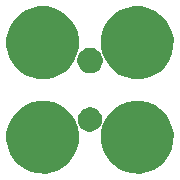
<source format=gts>
%TF.GenerationSoftware,KiCad,Pcbnew,4.0.4+e1-6308~48~ubuntu16.04.1-stable*%
%TF.CreationDate,2016-12-19T13:05:21-08:00*%
%TF.ProjectId,2x2-LED-TH,3278322D4C45442D54482E6B69636164,1.0*%
%TF.FileFunction,Soldermask,Top*%
%FSLAX46Y46*%
G04 Gerber Fmt 4.6, Leading zero omitted, Abs format (unit mm)*
G04 Created by KiCad (PCBNEW 4.0.4+e1-6308~48~ubuntu16.04.1-stable) date Mon Dec 19 13:05:21 2016*
%MOMM*%
%LPD*%
G01*
G04 APERTURE LIST*
%ADD10C,0.350000*%
G04 APERTURE END LIST*
D10*
G36*
X134563110Y-93445847D02*
X135154055Y-93567151D01*
X135710198Y-93800932D01*
X136210334Y-94138278D01*
X136635421Y-94566343D01*
X136969266Y-95068821D01*
X137199156Y-95626576D01*
X137316264Y-96218014D01*
X137316264Y-96218024D01*
X137316331Y-96218363D01*
X137306710Y-96907416D01*
X137306633Y-96907754D01*
X137306633Y-96907762D01*
X137173057Y-97495701D01*
X136927685Y-98046816D01*
X136579937Y-98539778D01*
X136143062Y-98955809D01*
X135633700Y-99279061D01*
X135071254Y-99497219D01*
X134477147Y-99601976D01*
X133874003Y-99589342D01*
X133284800Y-99459797D01*
X132731982Y-99218277D01*
X132236607Y-98873982D01*
X131817537Y-98440023D01*
X131490738Y-97932930D01*
X131268656Y-97372014D01*
X131159755Y-96778658D01*
X131168177Y-96175441D01*
X131293606Y-95585347D01*
X131531259Y-95030858D01*
X131872091Y-94533088D01*
X132303112Y-94111000D01*
X132807913Y-93780668D01*
X133367259Y-93554677D01*
X133959845Y-93441636D01*
X134563110Y-93445847D01*
X134563110Y-93445847D01*
G37*
G36*
X142563110Y-93445847D02*
X143154055Y-93567151D01*
X143710198Y-93800932D01*
X144210334Y-94138278D01*
X144635421Y-94566343D01*
X144969266Y-95068821D01*
X145199156Y-95626576D01*
X145316264Y-96218014D01*
X145316264Y-96218024D01*
X145316331Y-96218363D01*
X145306710Y-96907416D01*
X145306633Y-96907754D01*
X145306633Y-96907762D01*
X145173057Y-97495701D01*
X144927685Y-98046816D01*
X144579937Y-98539778D01*
X144143062Y-98955809D01*
X143633700Y-99279061D01*
X143071254Y-99497219D01*
X142477147Y-99601976D01*
X141874003Y-99589342D01*
X141284800Y-99459797D01*
X140731982Y-99218277D01*
X140236607Y-98873982D01*
X139817537Y-98440023D01*
X139490738Y-97932930D01*
X139268656Y-97372014D01*
X139159755Y-96778658D01*
X139168177Y-96175441D01*
X139293606Y-95585347D01*
X139531259Y-95030858D01*
X139872091Y-94533088D01*
X140303112Y-94111000D01*
X140807913Y-93780668D01*
X141367259Y-93554677D01*
X141959845Y-93441636D01*
X142563110Y-93445847D01*
X142563110Y-93445847D01*
G37*
G36*
X138347790Y-93994481D02*
X138544921Y-94034947D01*
X138730451Y-94112937D01*
X138897292Y-94225473D01*
X139039098Y-94368272D01*
X139150466Y-94535895D01*
X139227156Y-94721958D01*
X139266176Y-94919027D01*
X139266176Y-94919032D01*
X139266244Y-94919376D01*
X139263034Y-95149239D01*
X139262957Y-95149577D01*
X139262957Y-95149586D01*
X139218449Y-95345490D01*
X139136596Y-95529335D01*
X139020588Y-95693786D01*
X138874850Y-95832571D01*
X138704931Y-95940405D01*
X138517299Y-96013182D01*
X138319112Y-96048128D01*
X138117905Y-96043913D01*
X137921351Y-96000699D01*
X137736933Y-95920128D01*
X137571682Y-95805275D01*
X137431882Y-95660509D01*
X137322864Y-95491345D01*
X137248777Y-95304224D01*
X137212449Y-95106288D01*
X137215258Y-94905058D01*
X137257102Y-94708205D01*
X137336380Y-94523232D01*
X137450080Y-94357178D01*
X137593865Y-94216373D01*
X137762265Y-94106176D01*
X137948860Y-94030786D01*
X138146540Y-93993077D01*
X138347790Y-93994481D01*
X138347790Y-93994481D01*
G37*
G36*
X134563110Y-85445847D02*
X135154055Y-85567151D01*
X135710198Y-85800932D01*
X136210334Y-86138278D01*
X136635421Y-86566343D01*
X136969266Y-87068821D01*
X137199156Y-87626576D01*
X137316264Y-88218014D01*
X137316264Y-88218024D01*
X137316331Y-88218363D01*
X137306710Y-88907416D01*
X137306633Y-88907754D01*
X137306633Y-88907762D01*
X137173057Y-89495701D01*
X136927685Y-90046816D01*
X136579937Y-90539778D01*
X136143062Y-90955809D01*
X135633700Y-91279061D01*
X135071254Y-91497219D01*
X134477147Y-91601976D01*
X133874003Y-91589342D01*
X133284800Y-91459797D01*
X132731982Y-91218277D01*
X132236607Y-90873982D01*
X131817537Y-90440023D01*
X131490738Y-89932930D01*
X131268656Y-89372014D01*
X131159755Y-88778658D01*
X131168177Y-88175441D01*
X131293606Y-87585347D01*
X131531259Y-87030858D01*
X131872091Y-86533088D01*
X132303112Y-86111000D01*
X132807913Y-85780668D01*
X133367259Y-85554677D01*
X133959845Y-85441636D01*
X134563110Y-85445847D01*
X134563110Y-85445847D01*
G37*
G36*
X142563110Y-85445847D02*
X143154055Y-85567151D01*
X143710198Y-85800932D01*
X144210334Y-86138278D01*
X144635421Y-86566343D01*
X144969266Y-87068821D01*
X145199156Y-87626576D01*
X145316264Y-88218014D01*
X145316264Y-88218024D01*
X145316331Y-88218363D01*
X145306710Y-88907416D01*
X145306633Y-88907754D01*
X145306633Y-88907762D01*
X145173057Y-89495701D01*
X144927685Y-90046816D01*
X144579937Y-90539778D01*
X144143062Y-90955809D01*
X143633700Y-91279061D01*
X143071254Y-91497219D01*
X142477147Y-91601976D01*
X141874003Y-91589342D01*
X141284800Y-91459797D01*
X140731982Y-91218277D01*
X140236607Y-90873982D01*
X139817537Y-90440023D01*
X139490738Y-89932930D01*
X139268656Y-89372014D01*
X139159755Y-88778658D01*
X139168177Y-88175441D01*
X139293606Y-87585347D01*
X139531259Y-87030858D01*
X139872091Y-86533088D01*
X140303112Y-86111000D01*
X140807913Y-85780668D01*
X141367259Y-85554677D01*
X141959845Y-85441636D01*
X142563110Y-85445847D01*
X142563110Y-85445847D01*
G37*
G36*
X138353042Y-88944515D02*
X138559777Y-88986952D01*
X138754347Y-89068741D01*
X138929318Y-89186761D01*
X139078033Y-89336518D01*
X139194827Y-89512308D01*
X139275253Y-89707436D01*
X139316178Y-89914124D01*
X139316178Y-89914129D01*
X139316246Y-89914473D01*
X139312880Y-90155536D01*
X139312803Y-90155874D01*
X139312803Y-90155883D01*
X139266122Y-90361349D01*
X139180281Y-90554152D01*
X139058621Y-90726615D01*
X138905782Y-90872162D01*
X138727584Y-90985250D01*
X138530810Y-91061573D01*
X138322967Y-91098222D01*
X138111957Y-91093802D01*
X137905825Y-91048481D01*
X137712422Y-90963985D01*
X137539119Y-90843536D01*
X137392508Y-90691717D01*
X137278178Y-90514310D01*
X137200481Y-90318072D01*
X137162384Y-90110492D01*
X137165330Y-89899458D01*
X137209211Y-89693013D01*
X137292353Y-89499028D01*
X137411593Y-89324883D01*
X137562384Y-89177217D01*
X137738988Y-89061651D01*
X137934675Y-88982588D01*
X138141987Y-88943042D01*
X138353042Y-88944515D01*
X138353042Y-88944515D01*
G37*
M02*

</source>
